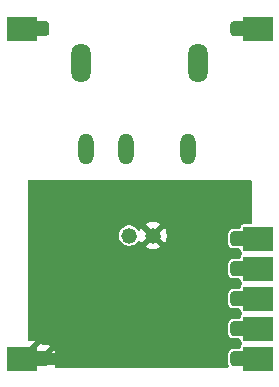
<source format=gbl>
G04 #@! TF.GenerationSoftware,KiCad,Pcbnew,9.0.1+1*
G04 #@! TF.CreationDate,2025-11-12T15:35:06+00:00*
G04 #@! TF.ProjectId,solar-and-dc-connectors,736f6c61-722d-4616-9e64-2d64632d636f,rev?*
G04 #@! TF.SameCoordinates,Original*
G04 #@! TF.FileFunction,Copper,L2,Bot*
G04 #@! TF.FilePolarity,Positive*
%FSLAX46Y46*%
G04 Gerber Fmt 4.6, Leading zero omitted, Abs format (unit mm)*
G04 Created by KiCad (PCBNEW 9.0.1+1) date 2025-11-12 15:35:06*
%MOMM*%
%LPD*%
G01*
G04 APERTURE LIST*
G04 #@! TA.AperFunction,ComponentPad*
%ADD10C,1.320800*%
G04 #@! TD*
G04 #@! TA.AperFunction,CastellatedPad*
%ADD11R,2.540000X2.000000*%
G04 #@! TD*
G04 #@! TA.AperFunction,ComponentPad*
%ADD12O,1.308000X2.616000*%
G04 #@! TD*
G04 #@! TA.AperFunction,ComponentPad*
%ADD13O,1.660000X3.320000*%
G04 #@! TD*
G04 #@! TA.AperFunction,ViaPad*
%ADD14C,0.600000*%
G04 #@! TD*
G04 #@! TA.AperFunction,Conductor*
%ADD15C,1.000000*%
G04 #@! TD*
G04 APERTURE END LIST*
D10*
X63084000Y-47979000D03*
X65084001Y-47979000D03*
D11*
X53973000Y-30453000D03*
G04 #@! TA.AperFunction,ComponentPad*
G36*
G01*
X56298000Y-30078000D02*
X56298000Y-30828000D01*
G75*
G02*
X56048000Y-31078000I-250000J0D01*
G01*
X55298000Y-31078000D01*
G75*
G02*
X55048000Y-30828000I0J250000D01*
G01*
X55048000Y-30078000D01*
G75*
G02*
X55298000Y-29828000I250000J0D01*
G01*
X56048000Y-29828000D01*
G75*
G02*
X56298000Y-30078000I0J-250000D01*
G01*
G37*
G04 #@! TD.AperFunction*
X53973000Y-58393000D03*
G04 #@! TA.AperFunction,ComponentPad*
G36*
G01*
X56298000Y-58018000D02*
X56298000Y-58768000D01*
G75*
G02*
X56048000Y-59018000I-250000J0D01*
G01*
X55298000Y-59018000D01*
G75*
G02*
X55048000Y-58768000I0J250000D01*
G01*
X55048000Y-58018000D01*
G75*
G02*
X55298000Y-57768000I250000J0D01*
G01*
X56048000Y-57768000D01*
G75*
G02*
X56298000Y-58018000I0J-250000D01*
G01*
G37*
G04 #@! TD.AperFunction*
G04 #@! TA.AperFunction,ComponentPad*
G36*
G01*
X72898000Y-30078000D02*
X72898000Y-30828000D01*
G75*
G02*
X72648000Y-31078000I-250000J0D01*
G01*
X71898000Y-31078000D01*
G75*
G02*
X71648000Y-30828000I0J250000D01*
G01*
X71648000Y-30078000D01*
G75*
G02*
X71898000Y-29828000I250000J0D01*
G01*
X72648000Y-29828000D01*
G75*
G02*
X72898000Y-30078000I0J-250000D01*
G01*
G37*
G04 #@! TD.AperFunction*
X73973000Y-30453000D03*
G04 #@! TA.AperFunction,ComponentPad*
G36*
G01*
X72898000Y-47858000D02*
X72898000Y-48608000D01*
G75*
G02*
X72648000Y-48858000I-250000J0D01*
G01*
X71898000Y-48858000D01*
G75*
G02*
X71648000Y-48608000I0J250000D01*
G01*
X71648000Y-47858000D01*
G75*
G02*
X71898000Y-47608000I250000J0D01*
G01*
X72648000Y-47608000D01*
G75*
G02*
X72898000Y-47858000I0J-250000D01*
G01*
G37*
G04 #@! TD.AperFunction*
X73973000Y-48233000D03*
G04 #@! TA.AperFunction,ComponentPad*
G36*
G01*
X72898000Y-50398000D02*
X72898000Y-51148000D01*
G75*
G02*
X72648000Y-51398000I-250000J0D01*
G01*
X71898000Y-51398000D01*
G75*
G02*
X71648000Y-51148000I0J250000D01*
G01*
X71648000Y-50398000D01*
G75*
G02*
X71898000Y-50148000I250000J0D01*
G01*
X72648000Y-50148000D01*
G75*
G02*
X72898000Y-50398000I0J-250000D01*
G01*
G37*
G04 #@! TD.AperFunction*
X73973000Y-50773000D03*
G04 #@! TA.AperFunction,ComponentPad*
G36*
G01*
X72898000Y-52938000D02*
X72898000Y-53688000D01*
G75*
G02*
X72648000Y-53938000I-250000J0D01*
G01*
X71898000Y-53938000D01*
G75*
G02*
X71648000Y-53688000I0J250000D01*
G01*
X71648000Y-52938000D01*
G75*
G02*
X71898000Y-52688000I250000J0D01*
G01*
X72648000Y-52688000D01*
G75*
G02*
X72898000Y-52938000I0J-250000D01*
G01*
G37*
G04 #@! TD.AperFunction*
X73973000Y-53313000D03*
G04 #@! TA.AperFunction,ComponentPad*
G36*
G01*
X72898000Y-55478000D02*
X72898000Y-56228000D01*
G75*
G02*
X72648000Y-56478000I-250000J0D01*
G01*
X71898000Y-56478000D01*
G75*
G02*
X71648000Y-56228000I0J250000D01*
G01*
X71648000Y-55478000D01*
G75*
G02*
X71898000Y-55228000I250000J0D01*
G01*
X72648000Y-55228000D01*
G75*
G02*
X72898000Y-55478000I0J-250000D01*
G01*
G37*
G04 #@! TD.AperFunction*
X73973000Y-55853000D03*
G04 #@! TA.AperFunction,ComponentPad*
G36*
G01*
X72898000Y-58018000D02*
X72898000Y-58768000D01*
G75*
G02*
X72648000Y-59018000I-250000J0D01*
G01*
X71898000Y-59018000D01*
G75*
G02*
X71648000Y-58768000I0J250000D01*
G01*
X71648000Y-58018000D01*
G75*
G02*
X71898000Y-57768000I250000J0D01*
G01*
X72648000Y-57768000D01*
G75*
G02*
X72898000Y-58018000I0J-250000D01*
G01*
G37*
G04 #@! TD.AperFunction*
X73973000Y-58393000D03*
D12*
X59420000Y-40674000D03*
X68020000Y-40674000D03*
X62820000Y-40674000D03*
D13*
X68920000Y-33374000D03*
X59020000Y-33374000D03*
D14*
X65570000Y-57030000D03*
X62710000Y-52980000D03*
X70400000Y-54290000D03*
X55350000Y-52790000D03*
X55540000Y-44630000D03*
X71770000Y-45100000D03*
X58520000Y-44710000D03*
X67970000Y-50460000D03*
X55460000Y-49210000D03*
X61110000Y-49360000D03*
X55270000Y-55960000D03*
D15*
X55923000Y-58393000D02*
X58893000Y-58393000D01*
X58893000Y-58393000D02*
X59274000Y-58012000D01*
G04 #@! TA.AperFunction,Conductor*
G36*
X73415539Y-43299685D02*
G01*
X73461294Y-43352489D01*
X73472500Y-43404000D01*
X73472500Y-46908500D01*
X73452815Y-46975539D01*
X73400011Y-47021294D01*
X73348500Y-47032500D01*
X72683247Y-47032500D01*
X72624770Y-47044131D01*
X72624769Y-47044132D01*
X72558447Y-47088447D01*
X72514132Y-47154769D01*
X72514131Y-47154770D01*
X72502500Y-47213247D01*
X72502500Y-47283500D01*
X72482815Y-47350539D01*
X72430011Y-47396294D01*
X72378500Y-47407500D01*
X71843730Y-47407500D01*
X71813300Y-47410353D01*
X71813298Y-47410353D01*
X71685119Y-47455206D01*
X71685117Y-47455207D01*
X71575850Y-47535850D01*
X71495207Y-47645117D01*
X71495206Y-47645119D01*
X71450353Y-47773298D01*
X71450353Y-47773300D01*
X71447500Y-47803730D01*
X71447500Y-48662269D01*
X71450353Y-48692699D01*
X71450353Y-48692701D01*
X71495206Y-48820880D01*
X71495207Y-48820882D01*
X71575850Y-48930150D01*
X71685118Y-49010793D01*
X71727845Y-49025744D01*
X71813299Y-49055646D01*
X71843730Y-49058500D01*
X71843734Y-49058500D01*
X72378500Y-49058500D01*
X72445539Y-49078185D01*
X72491294Y-49130989D01*
X72502500Y-49182500D01*
X72502500Y-49252752D01*
X72514131Y-49311229D01*
X72514132Y-49311230D01*
X72558447Y-49377552D01*
X72591890Y-49399898D01*
X72636695Y-49453511D01*
X72645402Y-49522836D01*
X72615247Y-49585863D01*
X72591890Y-49606102D01*
X72558447Y-49628447D01*
X72514132Y-49694769D01*
X72514131Y-49694770D01*
X72502500Y-49753247D01*
X72502500Y-49823500D01*
X72482815Y-49890539D01*
X72430011Y-49936294D01*
X72378500Y-49947500D01*
X71843730Y-49947500D01*
X71813300Y-49950353D01*
X71813298Y-49950353D01*
X71685119Y-49995206D01*
X71685117Y-49995207D01*
X71575850Y-50075850D01*
X71495207Y-50185117D01*
X71495206Y-50185119D01*
X71450353Y-50313298D01*
X71450353Y-50313300D01*
X71447500Y-50343730D01*
X71447500Y-51202269D01*
X71450353Y-51232699D01*
X71450353Y-51232701D01*
X71495206Y-51360880D01*
X71495207Y-51360882D01*
X71575850Y-51470150D01*
X71685118Y-51550793D01*
X71727845Y-51565744D01*
X71813299Y-51595646D01*
X71843730Y-51598500D01*
X71843734Y-51598500D01*
X72378500Y-51598500D01*
X72445539Y-51618185D01*
X72491294Y-51670989D01*
X72502500Y-51722500D01*
X72502500Y-51792752D01*
X72514131Y-51851229D01*
X72514132Y-51851230D01*
X72558447Y-51917552D01*
X72591890Y-51939898D01*
X72636695Y-51993511D01*
X72645402Y-52062836D01*
X72615247Y-52125863D01*
X72591890Y-52146102D01*
X72558447Y-52168447D01*
X72514132Y-52234769D01*
X72514131Y-52234770D01*
X72502500Y-52293247D01*
X72502500Y-52363500D01*
X72482815Y-52430539D01*
X72430011Y-52476294D01*
X72378500Y-52487500D01*
X71843730Y-52487500D01*
X71813300Y-52490353D01*
X71813298Y-52490353D01*
X71685119Y-52535206D01*
X71685117Y-52535207D01*
X71575850Y-52615850D01*
X71495207Y-52725117D01*
X71495206Y-52725119D01*
X71450353Y-52853298D01*
X71450353Y-52853300D01*
X71447500Y-52883730D01*
X71447500Y-53742269D01*
X71450353Y-53772699D01*
X71450353Y-53772701D01*
X71495206Y-53900880D01*
X71495207Y-53900882D01*
X71575850Y-54010150D01*
X71685118Y-54090793D01*
X71727845Y-54105744D01*
X71813299Y-54135646D01*
X71843730Y-54138500D01*
X71843734Y-54138500D01*
X72378500Y-54138500D01*
X72445539Y-54158185D01*
X72491294Y-54210989D01*
X72502500Y-54262500D01*
X72502500Y-54332752D01*
X72514131Y-54391229D01*
X72514132Y-54391230D01*
X72558447Y-54457552D01*
X72591890Y-54479898D01*
X72636695Y-54533511D01*
X72645402Y-54602836D01*
X72615247Y-54665863D01*
X72591890Y-54686102D01*
X72558447Y-54708447D01*
X72514132Y-54774769D01*
X72514131Y-54774770D01*
X72502500Y-54833247D01*
X72502500Y-54903500D01*
X72482815Y-54970539D01*
X72430011Y-55016294D01*
X72378500Y-55027500D01*
X71843730Y-55027500D01*
X71813300Y-55030353D01*
X71813298Y-55030353D01*
X71685119Y-55075206D01*
X71685117Y-55075207D01*
X71575850Y-55155850D01*
X71495207Y-55265117D01*
X71495206Y-55265119D01*
X71450353Y-55393298D01*
X71450353Y-55393300D01*
X71447500Y-55423730D01*
X71447500Y-56282269D01*
X71450353Y-56312699D01*
X71450353Y-56312701D01*
X71495206Y-56440880D01*
X71495207Y-56440882D01*
X71575850Y-56550150D01*
X71685118Y-56630793D01*
X71727845Y-56645744D01*
X71813299Y-56675646D01*
X71843730Y-56678500D01*
X71843734Y-56678500D01*
X72378500Y-56678500D01*
X72445539Y-56698185D01*
X72491294Y-56750989D01*
X72502500Y-56802500D01*
X72502500Y-56872752D01*
X72514131Y-56931229D01*
X72514132Y-56931230D01*
X72558447Y-56997552D01*
X72591890Y-57019898D01*
X72636695Y-57073511D01*
X72645402Y-57142836D01*
X72615247Y-57205863D01*
X72591890Y-57226102D01*
X72558447Y-57248447D01*
X72514132Y-57314769D01*
X72514131Y-57314770D01*
X72502500Y-57373247D01*
X72502500Y-57443500D01*
X72482815Y-57510539D01*
X72430011Y-57556294D01*
X72378500Y-57567500D01*
X71843730Y-57567500D01*
X71813300Y-57570353D01*
X71813298Y-57570353D01*
X71685119Y-57615206D01*
X71685117Y-57615207D01*
X71575850Y-57695850D01*
X71495207Y-57805117D01*
X71495206Y-57805119D01*
X71450353Y-57933298D01*
X71450353Y-57933300D01*
X71447500Y-57963730D01*
X71447500Y-58822269D01*
X71450353Y-58852699D01*
X71450353Y-58852701D01*
X71498276Y-58989652D01*
X71496979Y-58990105D01*
X71508958Y-59049034D01*
X71483649Y-59114159D01*
X71427149Y-59155263D01*
X71385406Y-59162500D01*
X56879100Y-59162500D01*
X56812061Y-59142815D01*
X56766306Y-59090011D01*
X56756362Y-59020853D01*
X56761394Y-58999496D01*
X56787505Y-58920697D01*
X56787506Y-58920690D01*
X56797999Y-58817986D01*
X56797999Y-57968028D01*
X56797998Y-57968012D01*
X56787505Y-57865302D01*
X56732357Y-57698875D01*
X56727900Y-57691650D01*
X56048000Y-58371550D01*
X56048000Y-58343630D01*
X56022444Y-58248255D01*
X55973075Y-58162745D01*
X55903255Y-58092925D01*
X55817745Y-58043556D01*
X55722370Y-58018000D01*
X55694446Y-58018000D01*
X56374347Y-57338099D01*
X56367124Y-57333643D01*
X56367119Y-57333641D01*
X56200697Y-57278494D01*
X56200690Y-57278493D01*
X56097986Y-57268000D01*
X55816120Y-57268000D01*
X55749081Y-57248315D01*
X55703326Y-57195511D01*
X55699938Y-57187333D01*
X55686354Y-57150913D01*
X55686353Y-57150912D01*
X55635957Y-57083592D01*
X54805105Y-57914445D01*
X54701097Y-57810437D01*
X54578258Y-57728359D01*
X54473500Y-57684966D01*
X54473500Y-57590310D01*
X54493185Y-57523271D01*
X54509819Y-57502629D01*
X55119448Y-56893000D01*
X54597500Y-56893000D01*
X54530461Y-56873315D01*
X54484706Y-56820511D01*
X54473500Y-56769000D01*
X54473500Y-47894204D01*
X62223100Y-47894204D01*
X62223100Y-48063795D01*
X62256181Y-48230107D01*
X62256184Y-48230117D01*
X62321078Y-48386785D01*
X62321083Y-48386795D01*
X62415294Y-48527791D01*
X62415297Y-48527795D01*
X62535204Y-48647702D01*
X62535208Y-48647705D01*
X62676204Y-48741916D01*
X62676208Y-48741918D01*
X62676211Y-48741920D01*
X62832885Y-48806817D01*
X62999204Y-48839899D01*
X62999208Y-48839900D01*
X62999209Y-48839900D01*
X63168792Y-48839900D01*
X63168793Y-48839899D01*
X63335115Y-48806817D01*
X63491789Y-48741920D01*
X63632792Y-48647705D01*
X63752705Y-48527792D01*
X63810236Y-48441689D01*
X63863847Y-48396885D01*
X63933172Y-48388178D01*
X63996200Y-48418332D01*
X64023822Y-48454285D01*
X64091534Y-48587175D01*
X64104468Y-48604978D01*
X64677601Y-48031845D01*
X64677601Y-48032504D01*
X64705296Y-48135865D01*
X64758800Y-48228536D01*
X64834465Y-48304201D01*
X64927136Y-48357705D01*
X65030497Y-48385400D01*
X65031154Y-48385400D01*
X64458020Y-48958531D01*
X64475818Y-48971462D01*
X64638557Y-49054383D01*
X64812272Y-49110827D01*
X64992671Y-49139400D01*
X65175331Y-49139400D01*
X65355729Y-49110827D01*
X65529444Y-49054383D01*
X65692179Y-48971465D01*
X65709980Y-48958531D01*
X65136849Y-48385400D01*
X65137505Y-48385400D01*
X65240866Y-48357705D01*
X65333537Y-48304201D01*
X65409202Y-48228536D01*
X65462706Y-48135865D01*
X65490401Y-48032504D01*
X65490401Y-48031847D01*
X66063532Y-48604978D01*
X66076466Y-48587178D01*
X66159384Y-48424443D01*
X66215828Y-48250728D01*
X66244401Y-48070330D01*
X66244401Y-47887669D01*
X66215828Y-47707271D01*
X66159384Y-47533556D01*
X66076463Y-47370817D01*
X66063532Y-47353020D01*
X66063532Y-47353019D01*
X65490401Y-47926151D01*
X65490401Y-47925496D01*
X65462706Y-47822135D01*
X65409202Y-47729464D01*
X65333537Y-47653799D01*
X65240866Y-47600295D01*
X65137505Y-47572600D01*
X65136848Y-47572600D01*
X65709979Y-46999467D01*
X65692179Y-46986535D01*
X65529444Y-46903616D01*
X65355729Y-46847172D01*
X65175331Y-46818600D01*
X64992671Y-46818600D01*
X64812272Y-46847172D01*
X64638557Y-46903616D01*
X64475814Y-46986539D01*
X64475809Y-46986543D01*
X64458021Y-46999465D01*
X64458021Y-46999468D01*
X65031155Y-47572600D01*
X65030497Y-47572600D01*
X64927136Y-47600295D01*
X64834465Y-47653799D01*
X64758800Y-47729464D01*
X64705296Y-47822135D01*
X64677601Y-47925496D01*
X64677601Y-47926152D01*
X64104469Y-47353020D01*
X64104466Y-47353020D01*
X64091544Y-47370808D01*
X64091537Y-47370819D01*
X64023822Y-47503714D01*
X63975847Y-47554510D01*
X63908026Y-47571304D01*
X63841891Y-47548766D01*
X63810236Y-47516309D01*
X63752705Y-47430207D01*
X63632795Y-47310297D01*
X63632791Y-47310294D01*
X63491795Y-47216083D01*
X63491785Y-47216078D01*
X63359508Y-47161287D01*
X63359506Y-47161286D01*
X63335121Y-47151185D01*
X63335117Y-47151183D01*
X63335115Y-47151183D01*
X63335111Y-47151182D01*
X63335107Y-47151181D01*
X63168795Y-47118100D01*
X63168791Y-47118100D01*
X62999209Y-47118100D01*
X62999204Y-47118100D01*
X62832892Y-47151181D01*
X62832882Y-47151184D01*
X62676214Y-47216078D01*
X62676204Y-47216083D01*
X62535208Y-47310294D01*
X62535204Y-47310297D01*
X62415297Y-47430204D01*
X62415294Y-47430208D01*
X62321083Y-47571204D01*
X62321078Y-47571214D01*
X62256184Y-47727882D01*
X62256181Y-47727892D01*
X62223100Y-47894204D01*
X54473500Y-47894204D01*
X54473500Y-43404000D01*
X54493185Y-43336961D01*
X54545989Y-43291206D01*
X54597500Y-43280000D01*
X73348500Y-43280000D01*
X73415539Y-43299685D01*
G37*
G04 #@! TD.AperFunction*
M02*

</source>
